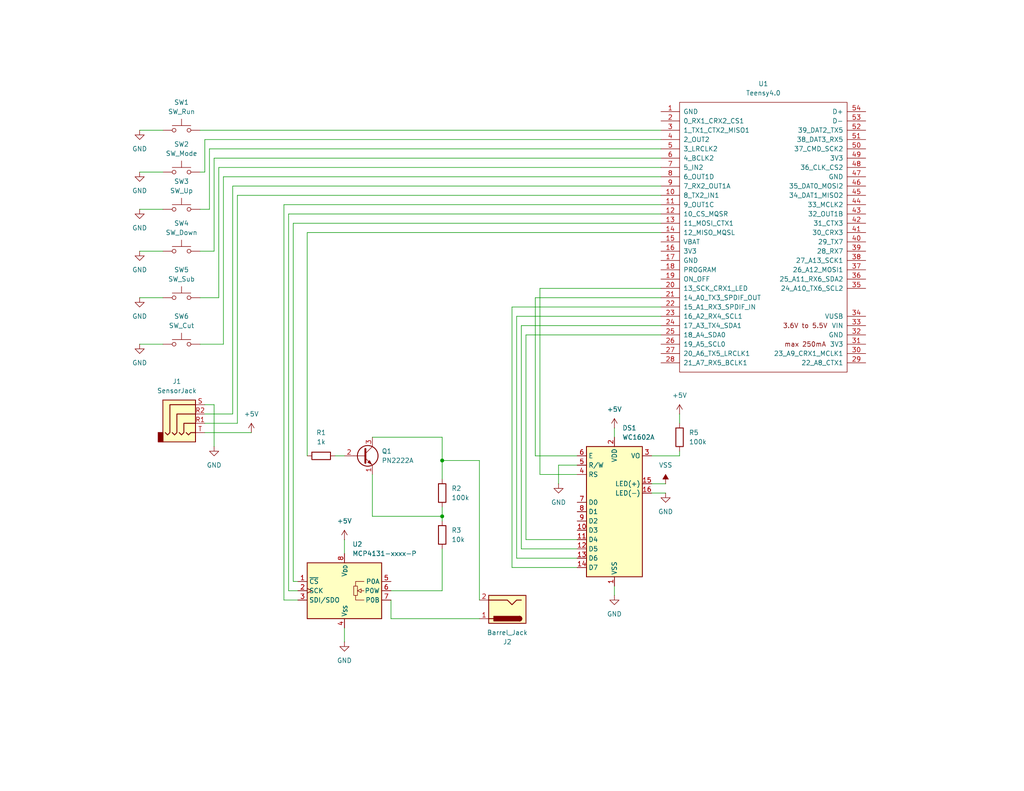
<source format=kicad_sch>
(kicad_sch (version 20250114) (generator "eeschema") (generator_version "9.0")
  (paper "USLetter")
  (title_block (title "Stitch Regulator") (date "2025-09-25") (rev "2") (company "Stitch The Planet"))
  (lib_symbols
    (symbol "Connector:Barrel_Jack" (pin_names (offset 1.016))
      (property "Reference" "J" (at 0 5.334 0))
      (property "Value" "Barrel_Jack" (at 0 -5.08 0))
      (symbol "Barrel_Jack_0_1"
        (rectangle (start -5.08 3.81) (end 5.08 -3.81) (stroke (width 0.254)) (fill (type background)))
        (polyline (pts (xy -3.81 -2.54) (xy -2.54 -2.54) (xy -1.27 -1.27) (xy 0 -2.54) (xy 2.54 -2.54) (xy 5.08 -2.54)) (stroke (width 0.254)))
        (arc (start -3.302 1.905) (mid -3.9343 2.54) (end -3.302 3.175) (stroke (width 0.254)))
        (arc (start -3.302 1.905) (mid -3.9343 2.54) (end -3.302 3.175) (stroke (width 0.254)) (fill (type outline)))
        (rectangle (start 3.683 3.175) (end -3.302 1.905) (stroke (width 0.254)) (fill (type outline)))
        (polyline (pts (xy 5.08 2.54) (xy 3.81 2.54)) (stroke (width 0.254)))
      )
      (symbol "Barrel_Jack_1_1"
        (pin passive line (at 7.62 2.54 180) (length 2.54) (name "~") (number "1"))
        (pin passive line (at 7.62 -2.54 180) (length 2.54) (name "~") (number "2"))
      )
    )
    (symbol "Connector_Audio:AudioJack4"
      (property "Reference" "J" (at 0 8.89 0))
      (property "Value" "AudioJack4" (at 0 6.35 0))
      (symbol "AudioJack4_0_1"
        (rectangle (start -6.35 -5.08) (end -7.62 -7.62) (stroke (width 0.254)) (fill (type outline)))
        (polyline (pts (xy -5.715 -5.08) (xy -5.08 -5.715) (xy -4.445 -5.08) (xy -4.445 2.54) (xy 2.54 2.54)) (stroke (width 0.254)))
        (polyline (pts (xy -1.905 -5.08) (xy -1.27 -5.715) (xy -0.635 -5.08) (xy -0.635 -2.54) (xy 2.54 -2.54)) (stroke (width 0.254)))
        (polyline (pts (xy 0 -5.08) (xy 0.635 -5.715) (xy 1.27 -5.08) (xy 2.54 -5.08)) (stroke (width 0.254)))
        (rectangle (start 2.54 3.81) (end -6.35 -7.62) (stroke (width 0.254)) (fill (type background)))
        (polyline (pts (xy 2.54 0) (xy -2.54 0) (xy -2.54 -5.08) (xy -3.175 -5.715) (xy -3.81 -5.08)) (stroke (width 0.254)))
      )
      (symbol "AudioJack4_1_1"
        (pin passive line (at 5.08 2.54 180) (length 2.54) (name "~") (number "S"))
        (pin passive line (at 5.08 0 180) (length 2.54) (name "~") (number "R2"))
        (pin passive line (at 5.08 -2.54 180) (length 2.54) (name "~") (number "R1"))
        (pin passive line (at 5.08 -5.08 180) (length 2.54) (name "~") (number "T"))
      )
    )
    (symbol "Device:R" (pin_numbers (hide yes)) (pin_names (offset 0))
      (property "Reference" "R" (at 2.032 0 90))
      (property "Value" "R" (at 0 0 90))
      (symbol "R_0_1"
        (rectangle (start -1.016 -2.54) (end 1.016 2.54) (stroke (width 0.254)))
      )
      (symbol "R_1_1"
        (pin passive line (at 0 3.81 270) (length 1.27) (name "~") (number "1"))
        (pin passive line (at 0 -3.81 90) (length 1.27) (name "~") (number "2"))
      )
    )
    (symbol "Display_Character:WC1602A"
      (property "Reference" "DS" (at -5.842 19.05 0))
      (property "Value" "WC1602A" (at 5.334 19.05 0))
      (symbol "WC1602A_1_1"
        (rectangle (start -7.62 17.78) (end 7.62 -17.78) (stroke (width 0.254)) (fill (type background)))
        (pin input line (at -10.16 15.24 0) (length 2.54) (name "E") (number "6"))
        (pin input line (at -10.16 12.7 0) (length 2.54) (name "R/W") (number "5"))
        (pin input line (at -10.16 10.16 0) (length 2.54) (name "RS") (number "4"))
        (pin input line (at -10.16 2.54 0) (length 2.54) (name "D0") (number "7"))
        (pin input line (at -10.16 0 0) (length 2.54) (name "D1") (number "8"))
        (pin input line (at -10.16 -2.54 0) (length 2.54) (name "D2") (number "9"))
        (pin input line (at -10.16 -5.08 0) (length 2.54) (name "D3") (number "10"))
        (pin input line (at -10.16 -7.62 0) (length 2.54) (name "D4") (number "11"))
        (pin input line (at -10.16 -10.16 0) (length 2.54) (name "D5") (number "12"))
        (pin input line (at -10.16 -12.7 0) (length 2.54) (name "D6") (number "13"))
        (pin input line (at -10.16 -15.24 0) (length 2.54) (name "D7") (number "14"))
        (pin power_in line (at 0 20.32 270) (length 2.54) (name "VDD") (number "2"))
        (pin power_in line (at 0 -20.32 90) (length 2.54) (name "VSS") (number "1"))
        (pin input line (at 10.16 15.24 180) (length 2.54) (name "VO") (number "3"))
        (pin power_in line (at 10.16 7.62 180) (length 2.54) (name "LED(+)") (number "15"))
        (pin power_in line (at 10.16 5.08 180) (length 2.54) (name "LED(-)") (number "16"))
      )
    )
    (symbol "Potentiometer_Digital:MCP4131-xxxx-P"
      (property "Reference" "U" (at 2.54 11.43 0))
      (property "Value" "MCP4131-xxxx-P" (at 2.54 8.89 0))
      (symbol "MCP4131-xxxx-P_0_0"
        (pin input line (at -12.7 2.54 0) (length 2.54) (name "~{CS}") (number "1"))
        (pin input clock (at -12.7 0 0) (length 2.54) (name "SCK") (number "2"))
        (pin bidirectional line (at -12.7 -2.54 0) (length 2.54) (name "SDI/SDO") (number "3"))
        (pin power_in line (at 0 10.16 270) (length 2.54) (name "V_{DD}") (number "8"))
        (pin power_in line (at 0 -10.16 90) (length 2.54) (name "V_{SS}") (number "4"))
        (pin passive line (at 12.7 2.54 180) (length 2.54) (name "P0A") (number "5"))
        (pin passive line (at 12.7 0 180) (length 2.54) (name "P0W") (number "6"))
        (pin passive line (at 12.7 -2.54 180) (length 2.54) (name "P0B") (number "7"))
      )
      (symbol "MCP4131-xxxx-P_0_1"
        (rectangle (start 2.54 1.27) (end 3.556 -1.27))
        (polyline (pts (xy 3.048 -1.27) (xy 3.048 -2.54) (xy 5.334 -2.54)))
        (polyline (pts (xy 4.572 0.508) (xy 3.556 0) (xy 4.572 -0.508) (xy 4.572 0.508)))
        (polyline (pts (xy 4.572 0) (xy 5.334 0)))
        (polyline (pts (xy 5.334 2.54) (xy 3.048 2.54) (xy 3.048 1.27)))
      )
      (symbol "MCP4131-xxxx-P_1_1"
        (rectangle (start -10.16 7.62) (end 10.16 -7.62) (stroke (width 0.254)) (fill (type background)))
      )
    )
    (symbol "Switch:SW_Push" (pin_numbers (hide yes)) (pin_names (offset 1.016) (hide yes))
      (property "Reference" "SW" (at 1.27 2.54 0))
      (property "Value" "SW_Push" (at 0 -1.524 0))
      (symbol "SW_Push_0_1"
        (circle (center -2.032 0) (radius 0.508))
        (polyline (pts (xy 0 1.27) (xy 0 3.048)))
        (circle (center 2.032 0) (radius 0.508))
        (polyline (pts (xy 2.54 1.27) (xy -2.54 1.27)))
        (pin passive line (at -5.08 0 0) (length 2.54) (name "1") (number "1"))
        (pin passive line (at 5.08 0 180) (length 2.54) (name "2") (number "2"))
      )
    )
    (symbol "Transistor_BJT:PN2222A" (pin_names (offset 0) (hide yes))
      (property "Reference" "Q" (at 5.08 1.905 0))
      (property "Value" "PN2222A" (at 5.08 0 0))
      (symbol "PN2222A_0_1"
        (polyline (pts (xy -2.54 0) (xy 0.635 0)))
        (polyline (pts (xy 0.635 1.905) (xy 0.635 -1.905)) (stroke (width 0.508)))
        (circle (center 1.27 0) (radius 2.8194) (stroke (width 0.254)))
      )
      (symbol "PN2222A_1_1"
        (polyline (pts (xy 0.635 0.635) (xy 2.54 2.54)))
        (polyline (pts (xy 0.635 -0.635) (xy 2.54 -2.54)))
        (polyline (pts (xy 1.27 -1.778) (xy 1.778 -1.27) (xy 2.286 -2.286) (xy 1.27 -1.778)) (fill (type outline)))
        (pin input line (at -5.08 0 0) (length 2.54) (name "B") (number "2"))
        (pin passive line (at 2.54 5.08 270) (length 2.54) (name "C") (number "3"))
        (pin passive line (at 2.54 -5.08 90) (length 2.54) (name "E") (number "1"))
      )
    )
    (symbol "power:+5V" (power) (pin_numbers (hide yes)) (pin_names (offset 0) (hide yes))
      (property "Value" "+5V" (at 0 3.556 0))
      (symbol "+5V_0_1"
        (polyline (pts (xy -0.762 1.27) (xy 0 2.54)))
        (polyline (pts (xy 0 2.54) (xy 0.762 1.27)))
        (polyline (pts (xy 0 0) (xy 0 2.54)))
      )
      (symbol "+5V_1_1"
        (pin power_in line (at 0 0 90) (length 0) (name "~") (number "1"))
      )
    )
    (symbol "power:GND" (power) (pin_numbers (hide yes)) (pin_names (offset 0) (hide yes))
      (property "Value" "GND" (at 0 -3.81 0))
      (symbol "GND_0_1"
        (polyline (pts (xy 0 0) (xy 0 -1.27) (xy 1.27 -1.27) (xy 0 -2.54) (xy -1.27 -1.27) (xy 0 -1.27)))
      )
      (symbol "GND_1_1"
        (pin power_in line (at 0 0 270) (length 0) (name "~") (number "1"))
      )
    )
    (symbol "power:VSS" (power) (pin_numbers (hide yes)) (pin_names (offset 0) (hide yes))
      (property "Value" "VSS" (at 0 3.556 0))
      (symbol "VSS_0_1"
        (polyline (pts (xy 0 0) (xy 0 2.54)))
        (polyline (pts (xy 0.762 1.27) (xy -0.762 1.27) (xy 0 2.54) (xy 0.762 1.27)) (fill (type outline)))
      )
      (symbol "VSS_1_1"
        (pin power_in line (at 0 0 90) (length 0) (name "~") (number "1"))
      )
    )
    (symbol "teensy:Teensy4.0" (pin_names (offset 1.016))
      (property "Reference" "U" (at 0 39.37 0))
      (property "Value" "Teensy4.0" (at 0 -39.37 0))
      (symbol "Teensy4.0_0_0"
        (text "3.6V to 5.5V" (at 11.43 -24.13 0) (effects (font (size 1.27 1.27))))
        (text "max 250mA" (at 11.43 -29.21 0) (effects (font (size 1.27 1.27))))
        (pin bidirectional line (at -27.94 24.13 0) (length 5.08) (name "3_LRCLK2") (number "5"))
        (pin bidirectional line (at -27.94 21.59 0) (length 5.08) (name "4_BCLK2") (number "6"))
        (pin bidirectional line (at -27.94 19.05 0) (length 5.08) (name "5_IN2") (number "7"))
        (pin bidirectional line (at -27.94 16.51 0) (length 5.08) (name "6_OUT1D") (number "8"))
        (pin bidirectional line (at -27.94 13.97 0) (length 5.08) (name "7_RX2_OUT1A") (number "9"))
        (pin bidirectional line (at -27.94 11.43 0) (length 5.08) (name "8_TX2_IN1") (number "10"))
        (pin bidirectional line (at -27.94 8.89 0) (length 5.08) (name "9_OUT1C") (number "11"))
        (pin bidirectional line (at -27.94 6.35 0) (length 5.08) (name "10_CS_MQSR") (number "12"))
        (pin bidirectional line (at -27.94 3.81 0) (length 5.08) (name "11_MOSI_CTX1") (number "13"))
        (pin bidirectional line (at -27.94 1.27 0) (length 5.08) (name "12_MISO_MQSL") (number "14"))
        (pin power_in line (at -27.94 -1.27 0) (length 5.08) (name "VBAT") (number "15"))
        (pin power_in line (at -27.94 -3.81 0) (length 5.08) (name "3V3") (number "16"))
        (pin power_in line (at -27.94 -6.35 0) (length 5.08) (name "GND") (number "17"))
        (pin input line (at -27.94 -8.89 0) (length 5.08) (name "PROGRAM") (number "18"))
        (pin input line (at -27.94 -11.43 0) (length 5.08) (name "ON_OFF") (number "19"))
        (pin bidirectional line (at -27.94 -13.97 0) (length 5.08) (name "13_SCK_CRX1_LED") (number "20"))
        (pin bidirectional line (at -27.94 -16.51 0) (length 5.08) (name "14_A0_TX3_SPDIF_OUT") (number "21"))
        (pin bidirectional line (at -27.94 -19.05 0) (length 5.08) (name "15_A1_RX3_SPDIF_IN") (number "22"))
        (pin bidirectional line (at -27.94 -21.59 0) (length 5.08) (name "16_A2_RX4_SCL1") (number "23"))
        (pin bidirectional line (at -27.94 -24.13 0) (length 5.08) (name "17_A3_TX4_SDA1") (number "24"))
        (pin bidirectional line (at -27.94 -26.67 0) (length 5.08) (name "18_A4_SDA0") (number "25"))
        (pin bidirectional line (at -27.94 -29.21 0) (length 5.08) (name "19_A5_SCL0") (number "26"))
        (pin bidirectional line (at -27.94 -31.75 0) (length 5.08) (name "20_A6_TX5_LRCLK1") (number "27"))
        (pin bidirectional line (at -27.94 -34.29 0) (length 5.08) (name "21_A7_RX5_BCLK1") (number "28"))
        (pin bidirectional line (at 27.94 34.29 180) (length 5.08) (name "D+") (number "54"))
        (pin bidirectional line (at 27.94 31.75 180) (length 5.08) (name "D-") (number "53"))
        (pin bidirectional line (at 27.94 29.21 180) (length 5.08) (name "39_DAT2_TX5") (number "52"))
        (pin bidirectional line (at 27.94 26.67 180) (length 5.08) (name "38_DAT3_RX5") (number "51"))
        (pin bidirectional line (at 27.94 24.13 180) (length 5.08) (name "37_CMD_SCK2") (number "50"))
        (pin power_out line (at 27.94 21.59 180) (length 5.08) (name "3V3") (number "49"))
        (pin bidirectional line (at 27.94 19.05 180) (length 5.08) (name "36_CLK_CS2") (number "48"))
        (pin power_out line (at 27.94 16.51 180) (length 5.08) (name "GND") (number "47"))
        (pin bidirectional line (at 27.94 13.97 180) (length 5.08) (name "35_DAT0_MOSI2") (number "46"))
        (pin bidirectional line (at 27.94 11.43 180) (length 5.08) (name "34_DAT1_MISO2") (number "45"))
        (pin bidirectional line (at 27.94 8.89 180) (length 5.08) (name "33_MCLK2") (number "44"))
        (pin bidirectional line (at 27.94 6.35 180) (length 5.08) (name "32_OUT1B") (number "43"))
        (pin bidirectional line (at 27.94 3.81 180) (length 5.08) (name "31_CTX3") (number "42"))
        (pin bidirectional line (at 27.94 1.27 180) (length 5.08) (name "30_CRX3") (number "41"))
        (pin bidirectional line (at 27.94 -1.27 180) (length 5.08) (name "29_TX7") (number "40"))
        (pin bidirectional line (at 27.94 -3.81 180) (length 5.08) (name "28_RX7") (number "39"))
        (pin bidirectional line (at 27.94 -6.35 180) (length 5.08) (name "27_A13_SCK1") (number "38"))
        (pin bidirectional line (at 27.94 -8.89 180) (length 5.08) (name "26_A12_MOSI1") (number "37"))
        (pin bidirectional line (at 27.94 -11.43 180) (length 5.08) (name "25_A11_RX6_SDA2") (number "36"))
        (pin bidirectional line (at 27.94 -13.97 180) (length 5.08) (name "24_A10_TX6_SCL2") (number "35"))
        (pin power_out line (at 27.94 -21.59 180) (length 5.08) (name "VUSB") (number "34"))
        (pin power_in line (at 27.94 -24.13 180) (length 5.08) (name "VIN") (number "33"))
        (pin power_in line (at 27.94 -26.67 180) (length 5.08) (name "GND") (number "32"))
        (pin power_out line (at 27.94 -29.21 180) (length 5.08) (name "3V3") (number "31"))
        (pin bidirectional line (at 27.94 -31.75 180) (length 5.08) (name "23_A9_CRX1_MCLK1") (number "30"))
        (pin bidirectional line (at 27.94 -34.29 180) (length 5.08) (name "22_A8_CTX1") (number "29"))
      )
      (symbol "Teensy4.0_0_1"
        (rectangle (start -22.86 36.83) (end 22.86 -36.83))
        (rectangle (start -20.32 -31.75) (end -20.32 -31.75))
      )
      (symbol "Teensy4.0_1_1"
        (pin power_in line (at -27.94 34.29 0) (length 5.08) (name "GND") (number "1"))
        (pin bidirectional line (at -27.94 31.75 0) (length 5.08) (name "0_RX1_CRX2_CS1") (number "2"))
        (pin bidirectional line (at -27.94 29.21 0) (length 5.08) (name "1_TX1_CTX2_MISO1") (number "3"))
        (pin bidirectional line (at -27.94 26.67 0) (length 5.08) (name "2_OUT2") (number "4"))
      )
    )
  )
  (junction (at 120.65 140.97))
  (junction (at 120.65 125.73))
  (wire (pts (xy 57.15 57.15) (xy 54.61 57.15)))
  (wire (pts (xy 142.24 88.9) (xy 142.24 149.86)))
  (wire (pts (xy 140.97 86.36) (xy 140.97 152.4)))
  (wire (pts (xy 101.6 129.54) (xy 101.6 140.97)))
  (wire (pts (xy 185.42 123.19) (xy 185.42 124.46)))
  (wire (pts (xy 38.1 35.56) (xy 44.45 35.56)))
  (wire (pts (xy 177.8 124.46) (xy 185.42 124.46)))
  (wire (pts (xy 58.42 68.58) (xy 54.61 68.58)))
  (wire (pts (xy 54.61 35.56) (xy 180.34 35.56)))
  (wire (pts (xy 142.24 149.86) (xy 157.48 149.86)))
  (wire (pts (xy 77.47 163.83) (xy 81.28 163.83)))
  (wire (pts (xy 78.74 161.29) (xy 81.28 161.29)))
  (wire (pts (xy 60.96 93.98) (xy 54.61 93.98)))
  (wire (pts (xy 80.01 60.96) (xy 80.01 158.75)))
  (wire (pts (xy 177.8 134.62) (xy 181.61 134.62)))
  (wire (pts (xy 101.6 119.38) (xy 120.65 119.38)))
  (wire (pts (xy 157.48 127) (xy 152.4 127)))
  (wire (pts (xy 120.65 125.73) (xy 120.65 130.81)))
  (wire (pts (xy 130.81 163.83) (xy 130.81 125.73)))
  (wire (pts (xy 57.15 40.64) (xy 57.15 57.15)))
  (wire (pts (xy 38.1 93.98) (xy 44.45 93.98)))
  (wire (pts (xy 38.1 46.99) (xy 44.45 46.99)))
  (wire (pts (xy 180.34 55.88) (xy 77.47 55.88)))
  (wire (pts (xy 101.6 140.97) (xy 120.65 140.97)))
  (wire (pts (xy 180.34 38.1) (xy 55.88 38.1)))
  (wire (pts (xy 38.1 81.28) (xy 44.45 81.28)))
  (wire (pts (xy 147.32 129.54) (xy 157.48 129.54)))
  (wire (pts (xy 180.34 58.42) (xy 78.74 58.42)))
  (wire (pts (xy 180.34 63.5) (xy 83.82 63.5)))
  (wire (pts (xy 167.64 160.02) (xy 167.64 162.56)))
  (wire (pts (xy 146.05 81.28) (xy 146.05 124.46)))
  (wire (pts (xy 78.74 58.42) (xy 78.74 161.29)))
  (wire (pts (xy 93.98 171.45) (xy 93.98 175.26)))
  (wire (pts (xy 58.42 110.49) (xy 58.42 121.92)))
  (wire (pts (xy 139.7 83.82) (xy 139.7 154.94)))
  (wire (pts (xy 120.65 119.38) (xy 120.65 125.73)))
  (wire (pts (xy 120.65 161.29) (xy 120.65 149.86)))
  (wire (pts (xy 180.34 40.64) (xy 57.15 40.64)))
  (wire (pts (xy 167.64 116.84) (xy 167.64 119.38)))
  (wire (pts (xy 60.96 48.26) (xy 60.96 93.98)))
  (wire (pts (xy 59.69 45.72) (xy 59.69 81.28)))
  (wire (pts (xy 63.5 113.03) (xy 55.88 113.03)))
  (wire (pts (xy 120.65 140.97) (xy 120.65 142.24)))
  (wire (pts (xy 143.51 147.32) (xy 157.48 147.32)))
  (wire (pts (xy 180.34 45.72) (xy 59.69 45.72)))
  (wire (pts (xy 180.34 86.36) (xy 140.97 86.36)))
  (wire (pts (xy 59.69 81.28) (xy 54.61 81.28)))
  (wire (pts (xy 64.77 115.57) (xy 55.88 115.57)))
  (wire (pts (xy 80.01 158.75) (xy 81.28 158.75)))
  (wire (pts (xy 130.81 125.73) (xy 120.65 125.73)))
  (wire (pts (xy 93.98 124.46) (xy 91.44 124.46)))
  (wire (pts (xy 63.5 50.8) (xy 63.5 113.03)))
  (wire (pts (xy 55.88 118.11) (xy 68.58 118.11)))
  (wire (pts (xy 152.4 127) (xy 152.4 132.08)))
  (wire (pts (xy 38.1 68.58) (xy 44.45 68.58)))
  (wire (pts (xy 147.32 78.74) (xy 147.32 129.54)))
  (wire (pts (xy 77.47 55.88) (xy 77.47 163.83)))
  (wire (pts (xy 180.34 60.96) (xy 80.01 60.96)))
  (wire (pts (xy 180.34 43.18) (xy 58.42 43.18)))
  (wire (pts (xy 106.68 168.91) (xy 130.81 168.91)))
  (wire (pts (xy 139.7 154.94) (xy 157.48 154.94)))
  (wire (pts (xy 93.98 147.32) (xy 93.98 151.13)))
  (wire (pts (xy 180.34 50.8) (xy 63.5 50.8)))
  (wire (pts (xy 180.34 48.26) (xy 60.96 48.26)))
  (wire (pts (xy 55.88 38.1) (xy 55.88 46.99)))
  (wire (pts (xy 146.05 124.46) (xy 157.48 124.46)))
  (wire (pts (xy 55.88 46.99) (xy 54.61 46.99)))
  (wire (pts (xy 140.97 152.4) (xy 157.48 152.4)))
  (wire (pts (xy 180.34 81.28) (xy 146.05 81.28)))
  (wire (pts (xy 55.88 110.49) (xy 58.42 110.49)))
  (wire (pts (xy 106.68 161.29) (xy 120.65 161.29)))
  (wire (pts (xy 180.34 88.9) (xy 142.24 88.9)))
  (wire (pts (xy 58.42 43.18) (xy 58.42 68.58)))
  (wire (pts (xy 83.82 63.5) (xy 83.82 124.46)))
  (wire (pts (xy 38.1 57.15) (xy 44.45 57.15)))
  (wire (pts (xy 180.34 91.44) (xy 143.51 91.44)))
  (wire (pts (xy 180.34 83.82) (xy 139.7 83.82)))
  (wire (pts (xy 106.68 168.91) (xy 106.68 163.83)))
  (wire (pts (xy 180.34 78.74) (xy 147.32 78.74)))
  (wire (pts (xy 64.77 53.34) (xy 64.77 115.57)))
  (wire (pts (xy 143.51 91.44) (xy 143.51 147.32)))
  (wire (pts (xy 180.34 53.34) (xy 64.77 53.34)))
  (wire (pts (xy 185.42 113.03) (xy 185.42 115.57)))
  (wire (pts (xy 120.65 138.43) (xy 120.65 140.97)))
  (wire (pts (xy 177.8 132.08) (xy 181.61 132.08)))
  (symbol (lib_id "power:+5V") (at 185.42 113.03 0) (unit 1)
    (property "Reference" "#PWR017" (effects (hide yes)))
    (property "Value" "+5V" (at 185.42 107.95 0))
    (property "Description" "Power symbol creates a global label with name \"+5V\"" (effects (hide yes)))
  )
  (symbol (lib_id "Switch:SW_Push") (at 49.53 68.58 0) (unit 1)
    (property "Reference" "SW4" (at 49.53 60.96 0))
    (property "Value" "SW_Down" (at 49.53 63.5 0))
    (property "Description" "Push button switch, generic, two pins" (effects (hide yes)))
  )
  (symbol (lib_id "power:GND") (at 152.4 132.08 0) (unit 1)
    (property "Reference" "#PWR016" (effects (hide yes)))
    (property "Value" "GND" (at 152.4 137.16 0))
    (property "Description" "Power symbol creates a global label with name \"GND\" , ground" (effects (hide yes)))
  )
  (symbol (lib_id "Device:R") (at 185.42 119.38 0) (unit 1)
    (property "Reference" "R5" (at 187.96 118.1099 0) (effects (justify left)))
    (property "Value" "100k" (at 187.96 120.6499 0) (effects (justify left)))
    (property "Description" "Resistor" (effects (hide yes)))
  )
  (symbol (lib_id "Display_Character:WC1602A") (at 167.64 139.7 0) (unit 1)
    (property "Reference" "DS1" (at 169.7833 116.84 0) (effects (justify left)))
    (property "Value" "WC1602A" (at 169.7833 119.38 0) (effects (justify left)))
    (property "Footprint" "Display:WC1602A" (effects (hide yes)))
    (property "Datasheet" "http://www.wincomlcd.com/pdf/WC1602A-SFYLYHTC06.pdf" (effects (hide yes)))
    (property "Description" "LCD 16x2 Alphanumeric , 8 bit parallel bus, 5V VDD" (effects (hide yes)))
  )
  (symbol (lib_id "Switch:SW_Push") (at 49.53 93.98 0) (unit 1)
    (property "Reference" "SW6" (at 49.53 86.36 0))
    (property "Value" "SW_Cut" (at 49.53 88.9 0))
    (property "Description" "Push button switch, generic, two pins" (effects (hide yes)))
  )
  (symbol (lib_id "power:GND") (at 38.1 68.58 0) (unit 1)
    (property "Reference" "#PWR04" (effects (hide yes)))
    (property "Value" "GND" (at 38.1 73.66 0))
    (property "Description" "Power symbol creates a global label with name \"GND\" , ground" (effects (hide yes)))
  )
  (symbol (lib_id "power:GND") (at 38.1 35.56 0) (unit 1)
    (property "Reference" "#PWR01" (effects (hide yes)))
    (property "Value" "GND" (at 38.1 40.64 0))
    (property "Description" "Power symbol creates a global label with name \"GND\" , ground" (effects (hide yes)))
  )
  (symbol (lib_id "power:GND") (at 38.1 81.28 0) (unit 1)
    (property "Reference" "#PWR05" (effects (hide yes)))
    (property "Value" "GND" (at 38.1 86.36 0))
    (property "Description" "Power symbol creates a global label with name \"GND\" , ground" (effects (hide yes)))
  )
  (symbol (lib_id "teensy:Teensy4.0") (at 208.28 64.77 0) (unit 1)
    (property "Reference" "U1" (at 208.28 22.86 0))
    (property "Value" "Teensy4.0" (at 208.28 25.4 0))
  )
  (symbol (lib_id "Switch:SW_Push") (at 49.53 57.15 0) (unit 1)
    (property "Reference" "SW3" (at 49.53 49.53 0))
    (property "Value" "SW_Up" (at 49.53 52.07 0))
    (property "Description" "Push button switch, generic, two pins" (effects (hide yes)))
  )
  (symbol (lib_id "power:GND") (at 93.98 175.26 0) (unit 1)
    (property "Reference" "#PWR08" (effects (hide yes)))
    (property "Value" "GND" (at 93.98 180.34 0))
    (property "Description" "Power symbol creates a global label with name \"GND\" , ground" (effects (hide yes)))
  )
  (symbol (lib_id "Transistor_BJT:PN2222A") (at 99.06 124.46 0) (unit 1)
    (property "Reference" "Q1" (at 104.14 123.1899 0) (effects (justify left)))
    (property "Value" "PN2222A" (at 104.14 125.7299 0) (effects (justify left)))
    (property "Footprint" "Package_TO_SOT_THT:TO-92_Inline" (effects (hide yes)))
    (property "Datasheet" "https://www.onsemi.com/pub/Collateral/PN2222-D.PDF" (effects (hide yes)))
    (property "Description" "1A Ic, 40V Vce, NPN Transistor, General Purpose Transistor, TO-92" (effects (hide yes)))
  )
  (symbol (lib_id "Switch:SW_Push") (at 49.53 81.28 0) (unit 1)
    (property "Reference" "SW5" (at 49.53 73.66 0))
    (property "Value" "SW_Sub" (at 49.53 76.2 0))
    (property "Description" "Push button switch, generic, two pins" (effects (hide yes)))
  )
  (symbol (lib_id "Switch:SW_Push") (at 49.53 46.99 0) (unit 1)
    (property "Reference" "SW2" (at 49.53 39.37 0))
    (property "Value" "SW_Mode" (at 49.53 41.91 0))
    (property "Description" "Push button switch, generic, two pins" (effects (hide yes)))
  )
  (symbol (lib_id "power:+5V") (at 68.58 118.11 0) (unit 1)
    (property "Reference" "#PWR019" (effects (hide yes)))
    (property "Value" "+5V" (at 68.58 113.03 0))
    (property "Description" "Power symbol creates a global label with name \"+5V\"" (effects (hide yes)))
  )
  (symbol (lib_id "power:VSS") (at 181.61 132.08 0) (unit 1)
    (property "Reference" "#PWR013" (effects (hide yes)))
    (property "Value" "VSS" (at 181.61 127 0))
    (property "Description" "Power symbol creates a global label with name \"VSS\"" (effects (hide yes)))
  )
  (symbol (lib_id "power:GND") (at 38.1 46.99 0) (unit 1)
    (property "Reference" "#PWR02" (effects (hide yes)))
    (property "Value" "GND" (at 38.1 52.07 0))
    (property "Description" "Power symbol creates a global label with name \"GND\" , ground" (effects (hide yes)))
  )
  (symbol (lib_id "power:+5V") (at 167.64 116.84 0) (unit 1)
    (property "Reference" "#PWR018" (effects (hide yes)))
    (property "Value" "+5V" (at 167.64 111.76 0))
    (property "Description" "Power symbol creates a global label with name \"+5V\"" (effects (hide yes)))
  )
  (symbol (lib_id "power:GND") (at 38.1 57.15 0) (unit 1)
    (property "Reference" "#PWR03" (effects (hide yes)))
    (property "Value" "GND" (at 38.1 62.23 0))
    (property "Description" "Power symbol creates a global label with name \"GND\" , ground" (effects (hide yes)))
  )
  (symbol (lib_id "Device:R") (at 120.65 134.62 0) (unit 1)
    (property "Reference" "R2" (at 123.19 133.3499 0) (effects (justify left)))
    (property "Value" "100k" (at 123.19 135.8899 0) (effects (justify left)))
    (property "Description" "Resistor" (effects (hide yes)))
  )
  (symbol (lib_id "Potentiometer_Digital:MCP4131-xxxx-P") (at 93.98 161.29 0) (unit 1)
    (property "Reference" "U2" (at 96.1233 148.59 0) (effects (justify left)))
    (property "Value" "MCP4131-xxxx-P" (at 96.1233 151.13 0) (effects (justify left)))
    (property "Footprint" "Package_DIP:DIP-8_W7.62mm" (effects (hide yes)))
    (property "Datasheet" "https://ww1.microchip.com/downloads/aemDocuments/documents/OTH/ProductDocuments/DataSheets/22060b.pdf" (effects (hide yes)))
    (property "Description" "Single Digital Potentiometer, SPI interface, 129 taps, 5/10/50/100 kohm, volatile memory" (effects (hide yes)))
  )
  (symbol (lib_id "power:GND") (at 167.64 162.56 0) (unit 1)
    (property "Reference" "#PWR010" (effects (hide yes)))
    (property "Value" "GND" (at 167.64 167.64 0))
    (property "Description" "Power symbol creates a global label with name \"GND\" , ground" (effects (hide yes)))
  )
  (symbol (lib_id "power:GND") (at 181.61 134.62 0) (unit 1)
    (property "Reference" "#PWR09" (effects (hide yes)))
    (property "Value" "GND" (at 181.61 139.7 0))
    (property "Description" "Power symbol creates a global label with name \"GND\" , ground" (effects (hide yes)))
  )
  (symbol (lib_id "Switch:SW_Push") (at 49.53 35.56 0) (unit 1)
    (property "Reference" "SW1" (at 49.53 27.94 0))
    (property "Value" "SW_Run" (at 49.53 30.48 0))
    (property "Description" "Push button switch, generic, two pins" (effects (hide yes)))
  )
  (symbol (lib_id "Device:R") (at 87.63 124.46 270) (mirror x) (unit 1)
    (property "Reference" "R1" (at 87.63 118.11 90))
    (property "Value" "1k" (at 87.63 120.65 90))
    (property "Description" "Resistor" (effects (hide yes)))
  )
  (symbol (lib_id "Connector_Audio:AudioJack4") (at 50.8 113.03 0) (unit 1)
    (property "Reference" "J1" (at 48.26 104.14 0))
    (property "Value" "SensorJack" (at 48.26 106.68 0))
    (property "Description" "Audio Jack, 4 Poles (TRRS)" (effects (hide yes)))
  )
  (symbol (lib_id "power:+5V") (at 93.98 147.32 0) (unit 1)
    (property "Reference" "#PWR020" (effects (hide yes)))
    (property "Value" "+5V" (at 93.98 142.24 0))
    (property "Description" "Power symbol creates a global label with name \"+5V\"" (effects (hide yes)))
  )
  (symbol (lib_id "power:GND") (at 38.1 93.98 0) (unit 1)
    (property "Reference" "#PWR06" (effects (hide yes)))
    (property "Value" "GND" (at 38.1 99.06 0))
    (property "Description" "Power symbol creates a global label with name \"GND\" , ground" (effects (hide yes)))
  )
  (symbol (lib_id "Device:R") (at 120.65 146.05 0) (unit 1)
    (property "Reference" "R3" (at 123.19 144.7799 0) (effects (justify left)))
    (property "Value" "10k" (at 123.19 147.3199 0) (effects (justify left)))
    (property "Description" "Resistor" (effects (hide yes)))
  )
  (symbol (lib_id "power:GND") (at 58.42 121.92 0) (unit 1)
    (property "Reference" "#PWR07" (effects (hide yes)))
    (property "Value" "GND" (at 58.42 127 0))
    (property "Description" "Power symbol creates a global label with name \"GND\" , ground" (effects (hide yes)))
  )
  (symbol (lib_id "Connector:Barrel_Jack") (at 138.43 166.37 180) (unit 1)
    (property "Reference" "J2" (at 138.43 175.26 0))
    (property "Value" "Barrel_Jack" (at 138.43 172.72 0))
    (property "Description" "DC Barrel Jack" (effects (hide yes)))
  )
)
</source>
